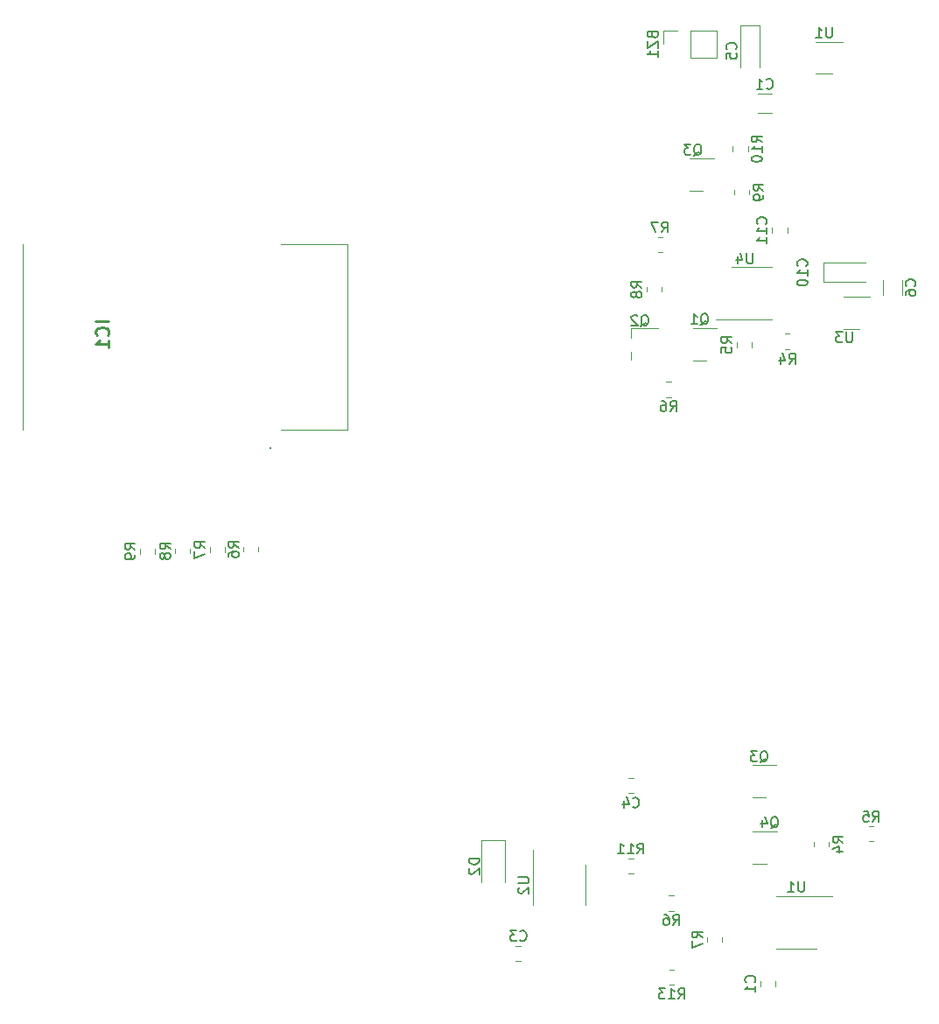
<source format=gbr>
%TF.GenerationSoftware,KiCad,Pcbnew,7.0.9*%
%TF.CreationDate,2023-11-16T02:53:52-05:00*%
%TF.ProjectId,SmartbikeALL,536d6172-7462-4696-9b65-414c4c2e6b69,rev?*%
%TF.SameCoordinates,Original*%
%TF.FileFunction,Legend,Bot*%
%TF.FilePolarity,Positive*%
%FSLAX46Y46*%
G04 Gerber Fmt 4.6, Leading zero omitted, Abs format (unit mm)*
G04 Created by KiCad (PCBNEW 7.0.9) date 2023-11-16 02:53:52*
%MOMM*%
%LPD*%
G01*
G04 APERTURE LIST*
%ADD10C,0.150000*%
%ADD11C,0.254000*%
%ADD12C,0.120000*%
%ADD13C,0.200000*%
%ADD14C,0.100000*%
G04 APERTURE END LIST*
D10*
X200001238Y-103530057D02*
X200096476Y-103482438D01*
X200096476Y-103482438D02*
X200191714Y-103387200D01*
X200191714Y-103387200D02*
X200334571Y-103244342D01*
X200334571Y-103244342D02*
X200429809Y-103196723D01*
X200429809Y-103196723D02*
X200525047Y-103196723D01*
X200477428Y-103434819D02*
X200572666Y-103387200D01*
X200572666Y-103387200D02*
X200667904Y-103291961D01*
X200667904Y-103291961D02*
X200715523Y-103101485D01*
X200715523Y-103101485D02*
X200715523Y-102768152D01*
X200715523Y-102768152D02*
X200667904Y-102577676D01*
X200667904Y-102577676D02*
X200572666Y-102482438D01*
X200572666Y-102482438D02*
X200477428Y-102434819D01*
X200477428Y-102434819D02*
X200286952Y-102434819D01*
X200286952Y-102434819D02*
X200191714Y-102482438D01*
X200191714Y-102482438D02*
X200096476Y-102577676D01*
X200096476Y-102577676D02*
X200048857Y-102768152D01*
X200048857Y-102768152D02*
X200048857Y-103101485D01*
X200048857Y-103101485D02*
X200096476Y-103291961D01*
X200096476Y-103291961D02*
X200191714Y-103387200D01*
X200191714Y-103387200D02*
X200286952Y-103434819D01*
X200286952Y-103434819D02*
X200477428Y-103434819D01*
X199191714Y-102768152D02*
X199191714Y-103434819D01*
X199429809Y-102387200D02*
X199667904Y-103101485D01*
X199667904Y-103101485D02*
X199048857Y-103101485D01*
X196606980Y-28154133D02*
X196654600Y-28106514D01*
X196654600Y-28106514D02*
X196702219Y-27963657D01*
X196702219Y-27963657D02*
X196702219Y-27868419D01*
X196702219Y-27868419D02*
X196654600Y-27725562D01*
X196654600Y-27725562D02*
X196559361Y-27630324D01*
X196559361Y-27630324D02*
X196464123Y-27582705D01*
X196464123Y-27582705D02*
X196273647Y-27535086D01*
X196273647Y-27535086D02*
X196130790Y-27535086D01*
X196130790Y-27535086D02*
X195940314Y-27582705D01*
X195940314Y-27582705D02*
X195845076Y-27630324D01*
X195845076Y-27630324D02*
X195749838Y-27725562D01*
X195749838Y-27725562D02*
X195702219Y-27868419D01*
X195702219Y-27868419D02*
X195702219Y-27963657D01*
X195702219Y-27963657D02*
X195749838Y-28106514D01*
X195749838Y-28106514D02*
X195797457Y-28154133D01*
X195702219Y-29058895D02*
X195702219Y-28582705D01*
X195702219Y-28582705D02*
X196178409Y-28535086D01*
X196178409Y-28535086D02*
X196130790Y-28582705D01*
X196130790Y-28582705D02*
X196083171Y-28677943D01*
X196083171Y-28677943D02*
X196083171Y-28916038D01*
X196083171Y-28916038D02*
X196130790Y-29011276D01*
X196130790Y-29011276D02*
X196178409Y-29058895D01*
X196178409Y-29058895D02*
X196273647Y-29106514D01*
X196273647Y-29106514D02*
X196511742Y-29106514D01*
X196511742Y-29106514D02*
X196606980Y-29058895D01*
X196606980Y-29058895D02*
X196654600Y-29011276D01*
X196654600Y-29011276D02*
X196702219Y-28916038D01*
X196702219Y-28916038D02*
X196702219Y-28677943D01*
X196702219Y-28677943D02*
X196654600Y-28582705D01*
X196654600Y-28582705D02*
X196606980Y-28535086D01*
X205947504Y-26036019D02*
X205947504Y-26845542D01*
X205947504Y-26845542D02*
X205899885Y-26940780D01*
X205899885Y-26940780D02*
X205852266Y-26988400D01*
X205852266Y-26988400D02*
X205757028Y-27036019D01*
X205757028Y-27036019D02*
X205566552Y-27036019D01*
X205566552Y-27036019D02*
X205471314Y-26988400D01*
X205471314Y-26988400D02*
X205423695Y-26940780D01*
X205423695Y-26940780D02*
X205376076Y-26845542D01*
X205376076Y-26845542D02*
X205376076Y-26036019D01*
X204376076Y-27036019D02*
X204947504Y-27036019D01*
X204661790Y-27036019D02*
X204661790Y-26036019D01*
X204661790Y-26036019D02*
X204757028Y-26178876D01*
X204757028Y-26178876D02*
X204852266Y-26274114D01*
X204852266Y-26274114D02*
X204947504Y-26321733D01*
X175597819Y-108273095D02*
X176407342Y-108273095D01*
X176407342Y-108273095D02*
X176502580Y-108320714D01*
X176502580Y-108320714D02*
X176550200Y-108368333D01*
X176550200Y-108368333D02*
X176597819Y-108463571D01*
X176597819Y-108463571D02*
X176597819Y-108654047D01*
X176597819Y-108654047D02*
X176550200Y-108749285D01*
X176550200Y-108749285D02*
X176502580Y-108796904D01*
X176502580Y-108796904D02*
X176407342Y-108844523D01*
X176407342Y-108844523D02*
X175597819Y-108844523D01*
X175693057Y-109273095D02*
X175645438Y-109320714D01*
X175645438Y-109320714D02*
X175597819Y-109415952D01*
X175597819Y-109415952D02*
X175597819Y-109654047D01*
X175597819Y-109654047D02*
X175645438Y-109749285D01*
X175645438Y-109749285D02*
X175693057Y-109796904D01*
X175693057Y-109796904D02*
X175788295Y-109844523D01*
X175788295Y-109844523D02*
X175883533Y-109844523D01*
X175883533Y-109844523D02*
X176026390Y-109796904D01*
X176026390Y-109796904D02*
X176597819Y-109225476D01*
X176597819Y-109225476D02*
X176597819Y-109844523D01*
X190554666Y-112874819D02*
X190887999Y-112398628D01*
X191126094Y-112874819D02*
X191126094Y-111874819D01*
X191126094Y-111874819D02*
X190745142Y-111874819D01*
X190745142Y-111874819D02*
X190649904Y-111922438D01*
X190649904Y-111922438D02*
X190602285Y-111970057D01*
X190602285Y-111970057D02*
X190554666Y-112065295D01*
X190554666Y-112065295D02*
X190554666Y-112208152D01*
X190554666Y-112208152D02*
X190602285Y-112303390D01*
X190602285Y-112303390D02*
X190649904Y-112351009D01*
X190649904Y-112351009D02*
X190745142Y-112398628D01*
X190745142Y-112398628D02*
X191126094Y-112398628D01*
X189697523Y-111874819D02*
X189887999Y-111874819D01*
X189887999Y-111874819D02*
X189983237Y-111922438D01*
X189983237Y-111922438D02*
X190030856Y-111970057D01*
X190030856Y-111970057D02*
X190126094Y-112112914D01*
X190126094Y-112112914D02*
X190173713Y-112303390D01*
X190173713Y-112303390D02*
X190173713Y-112684342D01*
X190173713Y-112684342D02*
X190126094Y-112779580D01*
X190126094Y-112779580D02*
X190078475Y-112827200D01*
X190078475Y-112827200D02*
X189983237Y-112874819D01*
X189983237Y-112874819D02*
X189792761Y-112874819D01*
X189792761Y-112874819D02*
X189697523Y-112827200D01*
X189697523Y-112827200D02*
X189649904Y-112779580D01*
X189649904Y-112779580D02*
X189602285Y-112684342D01*
X189602285Y-112684342D02*
X189602285Y-112446247D01*
X189602285Y-112446247D02*
X189649904Y-112351009D01*
X189649904Y-112351009D02*
X189697523Y-112303390D01*
X189697523Y-112303390D02*
X189792761Y-112255771D01*
X189792761Y-112255771D02*
X189983237Y-112255771D01*
X189983237Y-112255771D02*
X190078475Y-112303390D01*
X190078475Y-112303390D02*
X190126094Y-112351009D01*
X190126094Y-112351009D02*
X190173713Y-112446247D01*
X189467866Y-45870819D02*
X189801199Y-45394628D01*
X190039294Y-45870819D02*
X190039294Y-44870819D01*
X190039294Y-44870819D02*
X189658342Y-44870819D01*
X189658342Y-44870819D02*
X189563104Y-44918438D01*
X189563104Y-44918438D02*
X189515485Y-44966057D01*
X189515485Y-44966057D02*
X189467866Y-45061295D01*
X189467866Y-45061295D02*
X189467866Y-45204152D01*
X189467866Y-45204152D02*
X189515485Y-45299390D01*
X189515485Y-45299390D02*
X189563104Y-45347009D01*
X189563104Y-45347009D02*
X189658342Y-45394628D01*
X189658342Y-45394628D02*
X190039294Y-45394628D01*
X189134532Y-44870819D02*
X188467866Y-44870819D01*
X188467866Y-44870819D02*
X188896437Y-45870819D01*
X207012819Y-104903333D02*
X206536628Y-104570000D01*
X207012819Y-104331905D02*
X206012819Y-104331905D01*
X206012819Y-104331905D02*
X206012819Y-104712857D01*
X206012819Y-104712857D02*
X206060438Y-104808095D01*
X206060438Y-104808095D02*
X206108057Y-104855714D01*
X206108057Y-104855714D02*
X206203295Y-104903333D01*
X206203295Y-104903333D02*
X206346152Y-104903333D01*
X206346152Y-104903333D02*
X206441390Y-104855714D01*
X206441390Y-104855714D02*
X206489009Y-104808095D01*
X206489009Y-104808095D02*
X206536628Y-104712857D01*
X206536628Y-104712857D02*
X206536628Y-104331905D01*
X206346152Y-105760476D02*
X207012819Y-105760476D01*
X205965200Y-105522381D02*
X206679485Y-105284286D01*
X206679485Y-105284286D02*
X206679485Y-105903333D01*
X199162419Y-37152142D02*
X198686228Y-36818809D01*
X199162419Y-36580714D02*
X198162419Y-36580714D01*
X198162419Y-36580714D02*
X198162419Y-36961666D01*
X198162419Y-36961666D02*
X198210038Y-37056904D01*
X198210038Y-37056904D02*
X198257657Y-37104523D01*
X198257657Y-37104523D02*
X198352895Y-37152142D01*
X198352895Y-37152142D02*
X198495752Y-37152142D01*
X198495752Y-37152142D02*
X198590990Y-37104523D01*
X198590990Y-37104523D02*
X198638609Y-37056904D01*
X198638609Y-37056904D02*
X198686228Y-36961666D01*
X198686228Y-36961666D02*
X198686228Y-36580714D01*
X199162419Y-38104523D02*
X199162419Y-37533095D01*
X199162419Y-37818809D02*
X198162419Y-37818809D01*
X198162419Y-37818809D02*
X198305276Y-37723571D01*
X198305276Y-37723571D02*
X198400514Y-37628333D01*
X198400514Y-37628333D02*
X198448133Y-37533095D01*
X198162419Y-38723571D02*
X198162419Y-38818809D01*
X198162419Y-38818809D02*
X198210038Y-38914047D01*
X198210038Y-38914047D02*
X198257657Y-38961666D01*
X198257657Y-38961666D02*
X198352895Y-39009285D01*
X198352895Y-39009285D02*
X198543371Y-39056904D01*
X198543371Y-39056904D02*
X198781466Y-39056904D01*
X198781466Y-39056904D02*
X198971942Y-39009285D01*
X198971942Y-39009285D02*
X199067180Y-38961666D01*
X199067180Y-38961666D02*
X199114800Y-38914047D01*
X199114800Y-38914047D02*
X199162419Y-38818809D01*
X199162419Y-38818809D02*
X199162419Y-38723571D01*
X199162419Y-38723571D02*
X199114800Y-38628333D01*
X199114800Y-38628333D02*
X199067180Y-38580714D01*
X199067180Y-38580714D02*
X198971942Y-38533095D01*
X198971942Y-38533095D02*
X198781466Y-38485476D01*
X198781466Y-38485476D02*
X198543371Y-38485476D01*
X198543371Y-38485476D02*
X198352895Y-38533095D01*
X198352895Y-38533095D02*
X198257657Y-38580714D01*
X198257657Y-38580714D02*
X198210038Y-38628333D01*
X198210038Y-38628333D02*
X198162419Y-38723571D01*
X193392819Y-114103333D02*
X192916628Y-113770000D01*
X193392819Y-113531905D02*
X192392819Y-113531905D01*
X192392819Y-113531905D02*
X192392819Y-113912857D01*
X192392819Y-113912857D02*
X192440438Y-114008095D01*
X192440438Y-114008095D02*
X192488057Y-114055714D01*
X192488057Y-114055714D02*
X192583295Y-114103333D01*
X192583295Y-114103333D02*
X192726152Y-114103333D01*
X192726152Y-114103333D02*
X192821390Y-114055714D01*
X192821390Y-114055714D02*
X192869009Y-114008095D01*
X192869009Y-114008095D02*
X192916628Y-113912857D01*
X192916628Y-113912857D02*
X192916628Y-113531905D01*
X192392819Y-114436667D02*
X192392819Y-115103333D01*
X192392819Y-115103333D02*
X193392819Y-114674762D01*
X203455580Y-49121142D02*
X203503200Y-49073523D01*
X203503200Y-49073523D02*
X203550819Y-48930666D01*
X203550819Y-48930666D02*
X203550819Y-48835428D01*
X203550819Y-48835428D02*
X203503200Y-48692571D01*
X203503200Y-48692571D02*
X203407961Y-48597333D01*
X203407961Y-48597333D02*
X203312723Y-48549714D01*
X203312723Y-48549714D02*
X203122247Y-48502095D01*
X203122247Y-48502095D02*
X202979390Y-48502095D01*
X202979390Y-48502095D02*
X202788914Y-48549714D01*
X202788914Y-48549714D02*
X202693676Y-48597333D01*
X202693676Y-48597333D02*
X202598438Y-48692571D01*
X202598438Y-48692571D02*
X202550819Y-48835428D01*
X202550819Y-48835428D02*
X202550819Y-48930666D01*
X202550819Y-48930666D02*
X202598438Y-49073523D01*
X202598438Y-49073523D02*
X202646057Y-49121142D01*
X203550819Y-50073523D02*
X203550819Y-49502095D01*
X203550819Y-49787809D02*
X202550819Y-49787809D01*
X202550819Y-49787809D02*
X202693676Y-49692571D01*
X202693676Y-49692571D02*
X202788914Y-49597333D01*
X202788914Y-49597333D02*
X202836533Y-49502095D01*
X202550819Y-50692571D02*
X202550819Y-50787809D01*
X202550819Y-50787809D02*
X202598438Y-50883047D01*
X202598438Y-50883047D02*
X202646057Y-50930666D01*
X202646057Y-50930666D02*
X202741295Y-50978285D01*
X202741295Y-50978285D02*
X202931771Y-51025904D01*
X202931771Y-51025904D02*
X203169866Y-51025904D01*
X203169866Y-51025904D02*
X203360342Y-50978285D01*
X203360342Y-50978285D02*
X203455580Y-50930666D01*
X203455580Y-50930666D02*
X203503200Y-50883047D01*
X203503200Y-50883047D02*
X203550819Y-50787809D01*
X203550819Y-50787809D02*
X203550819Y-50692571D01*
X203550819Y-50692571D02*
X203503200Y-50597333D01*
X203503200Y-50597333D02*
X203455580Y-50549714D01*
X203455580Y-50549714D02*
X203360342Y-50502095D01*
X203360342Y-50502095D02*
X203169866Y-50454476D01*
X203169866Y-50454476D02*
X202931771Y-50454476D01*
X202931771Y-50454476D02*
X202741295Y-50502095D01*
X202741295Y-50502095D02*
X202646057Y-50549714D01*
X202646057Y-50549714D02*
X202598438Y-50597333D01*
X202598438Y-50597333D02*
X202550819Y-50692571D01*
X199314819Y-41819333D02*
X198838628Y-41486000D01*
X199314819Y-41247905D02*
X198314819Y-41247905D01*
X198314819Y-41247905D02*
X198314819Y-41628857D01*
X198314819Y-41628857D02*
X198362438Y-41724095D01*
X198362438Y-41724095D02*
X198410057Y-41771714D01*
X198410057Y-41771714D02*
X198505295Y-41819333D01*
X198505295Y-41819333D02*
X198648152Y-41819333D01*
X198648152Y-41819333D02*
X198743390Y-41771714D01*
X198743390Y-41771714D02*
X198791009Y-41724095D01*
X198791009Y-41724095D02*
X198838628Y-41628857D01*
X198838628Y-41628857D02*
X198838628Y-41247905D01*
X199314819Y-42295524D02*
X199314819Y-42486000D01*
X199314819Y-42486000D02*
X199267200Y-42581238D01*
X199267200Y-42581238D02*
X199219580Y-42628857D01*
X199219580Y-42628857D02*
X199076723Y-42724095D01*
X199076723Y-42724095D02*
X198886247Y-42771714D01*
X198886247Y-42771714D02*
X198505295Y-42771714D01*
X198505295Y-42771714D02*
X198410057Y-42724095D01*
X198410057Y-42724095D02*
X198362438Y-42676476D01*
X198362438Y-42676476D02*
X198314819Y-42581238D01*
X198314819Y-42581238D02*
X198314819Y-42390762D01*
X198314819Y-42390762D02*
X198362438Y-42295524D01*
X198362438Y-42295524D02*
X198410057Y-42247905D01*
X198410057Y-42247905D02*
X198505295Y-42200286D01*
X198505295Y-42200286D02*
X198743390Y-42200286D01*
X198743390Y-42200286D02*
X198838628Y-42247905D01*
X198838628Y-42247905D02*
X198886247Y-42295524D01*
X198886247Y-42295524D02*
X198933866Y-42390762D01*
X198933866Y-42390762D02*
X198933866Y-42581238D01*
X198933866Y-42581238D02*
X198886247Y-42676476D01*
X198886247Y-42676476D02*
X198838628Y-42724095D01*
X198838628Y-42724095D02*
X198743390Y-42771714D01*
X145281619Y-76414133D02*
X144805428Y-76080800D01*
X145281619Y-75842705D02*
X144281619Y-75842705D01*
X144281619Y-75842705D02*
X144281619Y-76223657D01*
X144281619Y-76223657D02*
X144329238Y-76318895D01*
X144329238Y-76318895D02*
X144376857Y-76366514D01*
X144376857Y-76366514D02*
X144472095Y-76414133D01*
X144472095Y-76414133D02*
X144614952Y-76414133D01*
X144614952Y-76414133D02*
X144710190Y-76366514D01*
X144710190Y-76366514D02*
X144757809Y-76318895D01*
X144757809Y-76318895D02*
X144805428Y-76223657D01*
X144805428Y-76223657D02*
X144805428Y-75842705D01*
X144281619Y-76747467D02*
X144281619Y-77414133D01*
X144281619Y-77414133D02*
X145281619Y-76985562D01*
X141928819Y-76515733D02*
X141452628Y-76182400D01*
X141928819Y-75944305D02*
X140928819Y-75944305D01*
X140928819Y-75944305D02*
X140928819Y-76325257D01*
X140928819Y-76325257D02*
X140976438Y-76420495D01*
X140976438Y-76420495D02*
X141024057Y-76468114D01*
X141024057Y-76468114D02*
X141119295Y-76515733D01*
X141119295Y-76515733D02*
X141262152Y-76515733D01*
X141262152Y-76515733D02*
X141357390Y-76468114D01*
X141357390Y-76468114D02*
X141405009Y-76420495D01*
X141405009Y-76420495D02*
X141452628Y-76325257D01*
X141452628Y-76325257D02*
X141452628Y-75944305D01*
X141357390Y-77087162D02*
X141309771Y-76991924D01*
X141309771Y-76991924D02*
X141262152Y-76944305D01*
X141262152Y-76944305D02*
X141166914Y-76896686D01*
X141166914Y-76896686D02*
X141119295Y-76896686D01*
X141119295Y-76896686D02*
X141024057Y-76944305D01*
X141024057Y-76944305D02*
X140976438Y-76991924D01*
X140976438Y-76991924D02*
X140928819Y-77087162D01*
X140928819Y-77087162D02*
X140928819Y-77277638D01*
X140928819Y-77277638D02*
X140976438Y-77372876D01*
X140976438Y-77372876D02*
X141024057Y-77420495D01*
X141024057Y-77420495D02*
X141119295Y-77468114D01*
X141119295Y-77468114D02*
X141166914Y-77468114D01*
X141166914Y-77468114D02*
X141262152Y-77420495D01*
X141262152Y-77420495D02*
X141309771Y-77372876D01*
X141309771Y-77372876D02*
X141357390Y-77277638D01*
X141357390Y-77277638D02*
X141357390Y-77087162D01*
X141357390Y-77087162D02*
X141405009Y-76991924D01*
X141405009Y-76991924D02*
X141452628Y-76944305D01*
X141452628Y-76944305D02*
X141547866Y-76896686D01*
X141547866Y-76896686D02*
X141738342Y-76896686D01*
X141738342Y-76896686D02*
X141833580Y-76944305D01*
X141833580Y-76944305D02*
X141881200Y-76991924D01*
X141881200Y-76991924D02*
X141928819Y-77087162D01*
X141928819Y-77087162D02*
X141928819Y-77277638D01*
X141928819Y-77277638D02*
X141881200Y-77372876D01*
X141881200Y-77372876D02*
X141833580Y-77420495D01*
X141833580Y-77420495D02*
X141738342Y-77468114D01*
X141738342Y-77468114D02*
X141547866Y-77468114D01*
X141547866Y-77468114D02*
X141452628Y-77420495D01*
X141452628Y-77420495D02*
X141405009Y-77372876D01*
X141405009Y-77372876D02*
X141357390Y-77277638D01*
X190290066Y-63191619D02*
X190623399Y-62715428D01*
X190861494Y-63191619D02*
X190861494Y-62191619D01*
X190861494Y-62191619D02*
X190480542Y-62191619D01*
X190480542Y-62191619D02*
X190385304Y-62239238D01*
X190385304Y-62239238D02*
X190337685Y-62286857D01*
X190337685Y-62286857D02*
X190290066Y-62382095D01*
X190290066Y-62382095D02*
X190290066Y-62524952D01*
X190290066Y-62524952D02*
X190337685Y-62620190D01*
X190337685Y-62620190D02*
X190385304Y-62667809D01*
X190385304Y-62667809D02*
X190480542Y-62715428D01*
X190480542Y-62715428D02*
X190861494Y-62715428D01*
X189432923Y-62191619D02*
X189623399Y-62191619D01*
X189623399Y-62191619D02*
X189718637Y-62239238D01*
X189718637Y-62239238D02*
X189766256Y-62286857D01*
X189766256Y-62286857D02*
X189861494Y-62429714D01*
X189861494Y-62429714D02*
X189909113Y-62620190D01*
X189909113Y-62620190D02*
X189909113Y-63001142D01*
X189909113Y-63001142D02*
X189861494Y-63096380D01*
X189861494Y-63096380D02*
X189813875Y-63144000D01*
X189813875Y-63144000D02*
X189718637Y-63191619D01*
X189718637Y-63191619D02*
X189528161Y-63191619D01*
X189528161Y-63191619D02*
X189432923Y-63144000D01*
X189432923Y-63144000D02*
X189385304Y-63096380D01*
X189385304Y-63096380D02*
X189337685Y-63001142D01*
X189337685Y-63001142D02*
X189337685Y-62763047D01*
X189337685Y-62763047D02*
X189385304Y-62667809D01*
X189385304Y-62667809D02*
X189432923Y-62620190D01*
X189432923Y-62620190D02*
X189528161Y-62572571D01*
X189528161Y-62572571D02*
X189718637Y-62572571D01*
X189718637Y-62572571D02*
X189813875Y-62620190D01*
X189813875Y-62620190D02*
X189861494Y-62667809D01*
X189861494Y-62667809D02*
X189909113Y-62763047D01*
X198437580Y-118413333D02*
X198485200Y-118365714D01*
X198485200Y-118365714D02*
X198532819Y-118222857D01*
X198532819Y-118222857D02*
X198532819Y-118127619D01*
X198532819Y-118127619D02*
X198485200Y-117984762D01*
X198485200Y-117984762D02*
X198389961Y-117889524D01*
X198389961Y-117889524D02*
X198294723Y-117841905D01*
X198294723Y-117841905D02*
X198104247Y-117794286D01*
X198104247Y-117794286D02*
X197961390Y-117794286D01*
X197961390Y-117794286D02*
X197770914Y-117841905D01*
X197770914Y-117841905D02*
X197675676Y-117889524D01*
X197675676Y-117889524D02*
X197580438Y-117984762D01*
X197580438Y-117984762D02*
X197532819Y-118127619D01*
X197532819Y-118127619D02*
X197532819Y-118222857D01*
X197532819Y-118222857D02*
X197580438Y-118365714D01*
X197580438Y-118365714D02*
X197628057Y-118413333D01*
X198532819Y-119365714D02*
X198532819Y-118794286D01*
X198532819Y-119080000D02*
X197532819Y-119080000D01*
X197532819Y-119080000D02*
X197675676Y-118984762D01*
X197675676Y-118984762D02*
X197770914Y-118889524D01*
X197770914Y-118889524D02*
X197818533Y-118794286D01*
X209884666Y-102874819D02*
X210217999Y-102398628D01*
X210456094Y-102874819D02*
X210456094Y-101874819D01*
X210456094Y-101874819D02*
X210075142Y-101874819D01*
X210075142Y-101874819D02*
X209979904Y-101922438D01*
X209979904Y-101922438D02*
X209932285Y-101970057D01*
X209932285Y-101970057D02*
X209884666Y-102065295D01*
X209884666Y-102065295D02*
X209884666Y-102208152D01*
X209884666Y-102208152D02*
X209932285Y-102303390D01*
X209932285Y-102303390D02*
X209979904Y-102351009D01*
X209979904Y-102351009D02*
X210075142Y-102398628D01*
X210075142Y-102398628D02*
X210456094Y-102398628D01*
X208979904Y-101874819D02*
X209456094Y-101874819D01*
X209456094Y-101874819D02*
X209503713Y-102351009D01*
X209503713Y-102351009D02*
X209456094Y-102303390D01*
X209456094Y-102303390D02*
X209360856Y-102255771D01*
X209360856Y-102255771D02*
X209122761Y-102255771D01*
X209122761Y-102255771D02*
X209027523Y-102303390D01*
X209027523Y-102303390D02*
X208979904Y-102351009D01*
X208979904Y-102351009D02*
X208932285Y-102446247D01*
X208932285Y-102446247D02*
X208932285Y-102684342D01*
X208932285Y-102684342D02*
X208979904Y-102779580D01*
X208979904Y-102779580D02*
X209027523Y-102827200D01*
X209027523Y-102827200D02*
X209122761Y-102874819D01*
X209122761Y-102874819D02*
X209360856Y-102874819D01*
X209360856Y-102874819D02*
X209456094Y-102827200D01*
X209456094Y-102827200D02*
X209503713Y-102779580D01*
X187432438Y-54968857D02*
X187527676Y-54921238D01*
X187527676Y-54921238D02*
X187622914Y-54826000D01*
X187622914Y-54826000D02*
X187765771Y-54683142D01*
X187765771Y-54683142D02*
X187861009Y-54635523D01*
X187861009Y-54635523D02*
X187956247Y-54635523D01*
X187908628Y-54873619D02*
X188003866Y-54826000D01*
X188003866Y-54826000D02*
X188099104Y-54730761D01*
X188099104Y-54730761D02*
X188146723Y-54540285D01*
X188146723Y-54540285D02*
X188146723Y-54206952D01*
X188146723Y-54206952D02*
X188099104Y-54016476D01*
X188099104Y-54016476D02*
X188003866Y-53921238D01*
X188003866Y-53921238D02*
X187908628Y-53873619D01*
X187908628Y-53873619D02*
X187718152Y-53873619D01*
X187718152Y-53873619D02*
X187622914Y-53921238D01*
X187622914Y-53921238D02*
X187527676Y-54016476D01*
X187527676Y-54016476D02*
X187480057Y-54206952D01*
X187480057Y-54206952D02*
X187480057Y-54540285D01*
X187480057Y-54540285D02*
X187527676Y-54730761D01*
X187527676Y-54730761D02*
X187622914Y-54826000D01*
X187622914Y-54826000D02*
X187718152Y-54873619D01*
X187718152Y-54873619D02*
X187908628Y-54873619D01*
X187099104Y-53968857D02*
X187051485Y-53921238D01*
X187051485Y-53921238D02*
X186956247Y-53873619D01*
X186956247Y-53873619D02*
X186718152Y-53873619D01*
X186718152Y-53873619D02*
X186622914Y-53921238D01*
X186622914Y-53921238D02*
X186575295Y-53968857D01*
X186575295Y-53968857D02*
X186527676Y-54064095D01*
X186527676Y-54064095D02*
X186527676Y-54159333D01*
X186527676Y-54159333D02*
X186575295Y-54302190D01*
X186575295Y-54302190D02*
X187146723Y-54873619D01*
X187146723Y-54873619D02*
X186527676Y-54873619D01*
X198985738Y-97140057D02*
X199080976Y-97092438D01*
X199080976Y-97092438D02*
X199176214Y-96997200D01*
X199176214Y-96997200D02*
X199319071Y-96854342D01*
X199319071Y-96854342D02*
X199414309Y-96806723D01*
X199414309Y-96806723D02*
X199509547Y-96806723D01*
X199461928Y-97044819D02*
X199557166Y-96997200D01*
X199557166Y-96997200D02*
X199652404Y-96901961D01*
X199652404Y-96901961D02*
X199700023Y-96711485D01*
X199700023Y-96711485D02*
X199700023Y-96378152D01*
X199700023Y-96378152D02*
X199652404Y-96187676D01*
X199652404Y-96187676D02*
X199557166Y-96092438D01*
X199557166Y-96092438D02*
X199461928Y-96044819D01*
X199461928Y-96044819D02*
X199271452Y-96044819D01*
X199271452Y-96044819D02*
X199176214Y-96092438D01*
X199176214Y-96092438D02*
X199080976Y-96187676D01*
X199080976Y-96187676D02*
X199033357Y-96378152D01*
X199033357Y-96378152D02*
X199033357Y-96711485D01*
X199033357Y-96711485D02*
X199080976Y-96901961D01*
X199080976Y-96901961D02*
X199176214Y-96997200D01*
X199176214Y-96997200D02*
X199271452Y-97044819D01*
X199271452Y-97044819D02*
X199461928Y-97044819D01*
X198700023Y-96044819D02*
X198080976Y-96044819D01*
X198080976Y-96044819D02*
X198414309Y-96425771D01*
X198414309Y-96425771D02*
X198271452Y-96425771D01*
X198271452Y-96425771D02*
X198176214Y-96473390D01*
X198176214Y-96473390D02*
X198128595Y-96521009D01*
X198128595Y-96521009D02*
X198080976Y-96616247D01*
X198080976Y-96616247D02*
X198080976Y-96854342D01*
X198080976Y-96854342D02*
X198128595Y-96949580D01*
X198128595Y-96949580D02*
X198176214Y-96997200D01*
X198176214Y-96997200D02*
X198271452Y-97044819D01*
X198271452Y-97044819D02*
X198557166Y-97044819D01*
X198557166Y-97044819D02*
X198652404Y-96997200D01*
X198652404Y-96997200D02*
X198700023Y-96949580D01*
X138525219Y-76566533D02*
X138049028Y-76233200D01*
X138525219Y-75995105D02*
X137525219Y-75995105D01*
X137525219Y-75995105D02*
X137525219Y-76376057D01*
X137525219Y-76376057D02*
X137572838Y-76471295D01*
X137572838Y-76471295D02*
X137620457Y-76518914D01*
X137620457Y-76518914D02*
X137715695Y-76566533D01*
X137715695Y-76566533D02*
X137858552Y-76566533D01*
X137858552Y-76566533D02*
X137953790Y-76518914D01*
X137953790Y-76518914D02*
X138001409Y-76471295D01*
X138001409Y-76471295D02*
X138049028Y-76376057D01*
X138049028Y-76376057D02*
X138049028Y-75995105D01*
X138525219Y-77042724D02*
X138525219Y-77233200D01*
X138525219Y-77233200D02*
X138477600Y-77328438D01*
X138477600Y-77328438D02*
X138429980Y-77376057D01*
X138429980Y-77376057D02*
X138287123Y-77471295D01*
X138287123Y-77471295D02*
X138096647Y-77518914D01*
X138096647Y-77518914D02*
X137715695Y-77518914D01*
X137715695Y-77518914D02*
X137620457Y-77471295D01*
X137620457Y-77471295D02*
X137572838Y-77423676D01*
X137572838Y-77423676D02*
X137525219Y-77328438D01*
X137525219Y-77328438D02*
X137525219Y-77137962D01*
X137525219Y-77137962D02*
X137572838Y-77042724D01*
X137572838Y-77042724D02*
X137620457Y-76995105D01*
X137620457Y-76995105D02*
X137715695Y-76947486D01*
X137715695Y-76947486D02*
X137953790Y-76947486D01*
X137953790Y-76947486D02*
X138049028Y-76995105D01*
X138049028Y-76995105D02*
X138096647Y-77042724D01*
X138096647Y-77042724D02*
X138144266Y-77137962D01*
X138144266Y-77137962D02*
X138144266Y-77328438D01*
X138144266Y-77328438D02*
X138096647Y-77423676D01*
X138096647Y-77423676D02*
X138049028Y-77471295D01*
X138049028Y-77471295D02*
X137953790Y-77518914D01*
X196243419Y-56602133D02*
X195767228Y-56268800D01*
X196243419Y-56030705D02*
X195243419Y-56030705D01*
X195243419Y-56030705D02*
X195243419Y-56411657D01*
X195243419Y-56411657D02*
X195291038Y-56506895D01*
X195291038Y-56506895D02*
X195338657Y-56554514D01*
X195338657Y-56554514D02*
X195433895Y-56602133D01*
X195433895Y-56602133D02*
X195576752Y-56602133D01*
X195576752Y-56602133D02*
X195671990Y-56554514D01*
X195671990Y-56554514D02*
X195719609Y-56506895D01*
X195719609Y-56506895D02*
X195767228Y-56411657D01*
X195767228Y-56411657D02*
X195767228Y-56030705D01*
X195243419Y-57506895D02*
X195243419Y-57030705D01*
X195243419Y-57030705D02*
X195719609Y-56983086D01*
X195719609Y-56983086D02*
X195671990Y-57030705D01*
X195671990Y-57030705D02*
X195624371Y-57125943D01*
X195624371Y-57125943D02*
X195624371Y-57364038D01*
X195624371Y-57364038D02*
X195671990Y-57459276D01*
X195671990Y-57459276D02*
X195719609Y-57506895D01*
X195719609Y-57506895D02*
X195814847Y-57554514D01*
X195814847Y-57554514D02*
X196052942Y-57554514D01*
X196052942Y-57554514D02*
X196148180Y-57506895D01*
X196148180Y-57506895D02*
X196195800Y-57459276D01*
X196195800Y-57459276D02*
X196243419Y-57364038D01*
X196243419Y-57364038D02*
X196243419Y-57125943D01*
X196243419Y-57125943D02*
X196195800Y-57030705D01*
X196195800Y-57030705D02*
X196148180Y-56983086D01*
X198276704Y-47892419D02*
X198276704Y-48701942D01*
X198276704Y-48701942D02*
X198229085Y-48797180D01*
X198229085Y-48797180D02*
X198181466Y-48844800D01*
X198181466Y-48844800D02*
X198086228Y-48892419D01*
X198086228Y-48892419D02*
X197895752Y-48892419D01*
X197895752Y-48892419D02*
X197800514Y-48844800D01*
X197800514Y-48844800D02*
X197752895Y-48797180D01*
X197752895Y-48797180D02*
X197705276Y-48701942D01*
X197705276Y-48701942D02*
X197705276Y-47892419D01*
X196800514Y-48225752D02*
X196800514Y-48892419D01*
X197038609Y-47844800D02*
X197276704Y-48559085D01*
X197276704Y-48559085D02*
X196657657Y-48559085D01*
X187120857Y-105984819D02*
X187454190Y-105508628D01*
X187692285Y-105984819D02*
X187692285Y-104984819D01*
X187692285Y-104984819D02*
X187311333Y-104984819D01*
X187311333Y-104984819D02*
X187216095Y-105032438D01*
X187216095Y-105032438D02*
X187168476Y-105080057D01*
X187168476Y-105080057D02*
X187120857Y-105175295D01*
X187120857Y-105175295D02*
X187120857Y-105318152D01*
X187120857Y-105318152D02*
X187168476Y-105413390D01*
X187168476Y-105413390D02*
X187216095Y-105461009D01*
X187216095Y-105461009D02*
X187311333Y-105508628D01*
X187311333Y-105508628D02*
X187692285Y-105508628D01*
X186168476Y-105984819D02*
X186739904Y-105984819D01*
X186454190Y-105984819D02*
X186454190Y-104984819D01*
X186454190Y-104984819D02*
X186549428Y-105127676D01*
X186549428Y-105127676D02*
X186644666Y-105222914D01*
X186644666Y-105222914D02*
X186739904Y-105270533D01*
X185216095Y-105984819D02*
X185787523Y-105984819D01*
X185501809Y-105984819D02*
X185501809Y-104984819D01*
X185501809Y-104984819D02*
X185597047Y-105127676D01*
X185597047Y-105127676D02*
X185692285Y-105222914D01*
X185692285Y-105222914D02*
X185787523Y-105270533D01*
X192569238Y-38449457D02*
X192664476Y-38401838D01*
X192664476Y-38401838D02*
X192759714Y-38306600D01*
X192759714Y-38306600D02*
X192902571Y-38163742D01*
X192902571Y-38163742D02*
X192997809Y-38116123D01*
X192997809Y-38116123D02*
X193093047Y-38116123D01*
X193045428Y-38354219D02*
X193140666Y-38306600D01*
X193140666Y-38306600D02*
X193235904Y-38211361D01*
X193235904Y-38211361D02*
X193283523Y-38020885D01*
X193283523Y-38020885D02*
X193283523Y-37687552D01*
X193283523Y-37687552D02*
X193235904Y-37497076D01*
X193235904Y-37497076D02*
X193140666Y-37401838D01*
X193140666Y-37401838D02*
X193045428Y-37354219D01*
X193045428Y-37354219D02*
X192854952Y-37354219D01*
X192854952Y-37354219D02*
X192759714Y-37401838D01*
X192759714Y-37401838D02*
X192664476Y-37497076D01*
X192664476Y-37497076D02*
X192616857Y-37687552D01*
X192616857Y-37687552D02*
X192616857Y-38020885D01*
X192616857Y-38020885D02*
X192664476Y-38211361D01*
X192664476Y-38211361D02*
X192759714Y-38306600D01*
X192759714Y-38306600D02*
X192854952Y-38354219D01*
X192854952Y-38354219D02*
X193045428Y-38354219D01*
X192283523Y-37354219D02*
X191664476Y-37354219D01*
X191664476Y-37354219D02*
X191997809Y-37735171D01*
X191997809Y-37735171D02*
X191854952Y-37735171D01*
X191854952Y-37735171D02*
X191759714Y-37782790D01*
X191759714Y-37782790D02*
X191712095Y-37830409D01*
X191712095Y-37830409D02*
X191664476Y-37925647D01*
X191664476Y-37925647D02*
X191664476Y-38163742D01*
X191664476Y-38163742D02*
X191712095Y-38258980D01*
X191712095Y-38258980D02*
X191759714Y-38306600D01*
X191759714Y-38306600D02*
X191854952Y-38354219D01*
X191854952Y-38354219D02*
X192140666Y-38354219D01*
X192140666Y-38354219D02*
X192235904Y-38306600D01*
X192235904Y-38306600D02*
X192283523Y-38258980D01*
X186664666Y-101429580D02*
X186712285Y-101477200D01*
X186712285Y-101477200D02*
X186855142Y-101524819D01*
X186855142Y-101524819D02*
X186950380Y-101524819D01*
X186950380Y-101524819D02*
X187093237Y-101477200D01*
X187093237Y-101477200D02*
X187188475Y-101381961D01*
X187188475Y-101381961D02*
X187236094Y-101286723D01*
X187236094Y-101286723D02*
X187283713Y-101096247D01*
X187283713Y-101096247D02*
X187283713Y-100953390D01*
X187283713Y-100953390D02*
X187236094Y-100762914D01*
X187236094Y-100762914D02*
X187188475Y-100667676D01*
X187188475Y-100667676D02*
X187093237Y-100572438D01*
X187093237Y-100572438D02*
X186950380Y-100524819D01*
X186950380Y-100524819D02*
X186855142Y-100524819D01*
X186855142Y-100524819D02*
X186712285Y-100572438D01*
X186712285Y-100572438D02*
X186664666Y-100620057D01*
X185807523Y-100858152D02*
X185807523Y-101524819D01*
X186045618Y-100477200D02*
X186283713Y-101191485D01*
X186283713Y-101191485D02*
X185664666Y-101191485D01*
X193215838Y-54842657D02*
X193311076Y-54795038D01*
X193311076Y-54795038D02*
X193406314Y-54699800D01*
X193406314Y-54699800D02*
X193549171Y-54556942D01*
X193549171Y-54556942D02*
X193644409Y-54509323D01*
X193644409Y-54509323D02*
X193739647Y-54509323D01*
X193692028Y-54747419D02*
X193787266Y-54699800D01*
X193787266Y-54699800D02*
X193882504Y-54604561D01*
X193882504Y-54604561D02*
X193930123Y-54414085D01*
X193930123Y-54414085D02*
X193930123Y-54080752D01*
X193930123Y-54080752D02*
X193882504Y-53890276D01*
X193882504Y-53890276D02*
X193787266Y-53795038D01*
X193787266Y-53795038D02*
X193692028Y-53747419D01*
X193692028Y-53747419D02*
X193501552Y-53747419D01*
X193501552Y-53747419D02*
X193406314Y-53795038D01*
X193406314Y-53795038D02*
X193311076Y-53890276D01*
X193311076Y-53890276D02*
X193263457Y-54080752D01*
X193263457Y-54080752D02*
X193263457Y-54414085D01*
X193263457Y-54414085D02*
X193311076Y-54604561D01*
X193311076Y-54604561D02*
X193406314Y-54699800D01*
X193406314Y-54699800D02*
X193501552Y-54747419D01*
X193501552Y-54747419D02*
X193692028Y-54747419D01*
X192311076Y-54747419D02*
X192882504Y-54747419D01*
X192596790Y-54747419D02*
X192596790Y-53747419D01*
X192596790Y-53747419D02*
X192692028Y-53890276D01*
X192692028Y-53890276D02*
X192787266Y-53985514D01*
X192787266Y-53985514D02*
X192882504Y-54033133D01*
X207907904Y-55518819D02*
X207907904Y-56328342D01*
X207907904Y-56328342D02*
X207860285Y-56423580D01*
X207860285Y-56423580D02*
X207812666Y-56471200D01*
X207812666Y-56471200D02*
X207717428Y-56518819D01*
X207717428Y-56518819D02*
X207526952Y-56518819D01*
X207526952Y-56518819D02*
X207431714Y-56471200D01*
X207431714Y-56471200D02*
X207384095Y-56423580D01*
X207384095Y-56423580D02*
X207336476Y-56328342D01*
X207336476Y-56328342D02*
X207336476Y-55518819D01*
X206955523Y-55518819D02*
X206336476Y-55518819D01*
X206336476Y-55518819D02*
X206669809Y-55899771D01*
X206669809Y-55899771D02*
X206526952Y-55899771D01*
X206526952Y-55899771D02*
X206431714Y-55947390D01*
X206431714Y-55947390D02*
X206384095Y-55995009D01*
X206384095Y-55995009D02*
X206336476Y-56090247D01*
X206336476Y-56090247D02*
X206336476Y-56328342D01*
X206336476Y-56328342D02*
X206384095Y-56423580D01*
X206384095Y-56423580D02*
X206431714Y-56471200D01*
X206431714Y-56471200D02*
X206526952Y-56518819D01*
X206526952Y-56518819D02*
X206812666Y-56518819D01*
X206812666Y-56518819D02*
X206907904Y-56471200D01*
X206907904Y-56471200D02*
X206955523Y-56423580D01*
X148532819Y-76363333D02*
X148056628Y-76030000D01*
X148532819Y-75791905D02*
X147532819Y-75791905D01*
X147532819Y-75791905D02*
X147532819Y-76172857D01*
X147532819Y-76172857D02*
X147580438Y-76268095D01*
X147580438Y-76268095D02*
X147628057Y-76315714D01*
X147628057Y-76315714D02*
X147723295Y-76363333D01*
X147723295Y-76363333D02*
X147866152Y-76363333D01*
X147866152Y-76363333D02*
X147961390Y-76315714D01*
X147961390Y-76315714D02*
X148009009Y-76268095D01*
X148009009Y-76268095D02*
X148056628Y-76172857D01*
X148056628Y-76172857D02*
X148056628Y-75791905D01*
X147532819Y-77220476D02*
X147532819Y-77030000D01*
X147532819Y-77030000D02*
X147580438Y-76934762D01*
X147580438Y-76934762D02*
X147628057Y-76887143D01*
X147628057Y-76887143D02*
X147770914Y-76791905D01*
X147770914Y-76791905D02*
X147961390Y-76744286D01*
X147961390Y-76744286D02*
X148342342Y-76744286D01*
X148342342Y-76744286D02*
X148437580Y-76791905D01*
X148437580Y-76791905D02*
X148485200Y-76839524D01*
X148485200Y-76839524D02*
X148532819Y-76934762D01*
X148532819Y-76934762D02*
X148532819Y-77125238D01*
X148532819Y-77125238D02*
X148485200Y-77220476D01*
X148485200Y-77220476D02*
X148437580Y-77268095D01*
X148437580Y-77268095D02*
X148342342Y-77315714D01*
X148342342Y-77315714D02*
X148104247Y-77315714D01*
X148104247Y-77315714D02*
X148009009Y-77268095D01*
X148009009Y-77268095D02*
X147961390Y-77220476D01*
X147961390Y-77220476D02*
X147913771Y-77125238D01*
X147913771Y-77125238D02*
X147913771Y-76934762D01*
X147913771Y-76934762D02*
X147961390Y-76839524D01*
X147961390Y-76839524D02*
X148009009Y-76791905D01*
X148009009Y-76791905D02*
X148104247Y-76744286D01*
X199611866Y-31910380D02*
X199659485Y-31958000D01*
X199659485Y-31958000D02*
X199802342Y-32005619D01*
X199802342Y-32005619D02*
X199897580Y-32005619D01*
X199897580Y-32005619D02*
X200040437Y-31958000D01*
X200040437Y-31958000D02*
X200135675Y-31862761D01*
X200135675Y-31862761D02*
X200183294Y-31767523D01*
X200183294Y-31767523D02*
X200230913Y-31577047D01*
X200230913Y-31577047D02*
X200230913Y-31434190D01*
X200230913Y-31434190D02*
X200183294Y-31243714D01*
X200183294Y-31243714D02*
X200135675Y-31148476D01*
X200135675Y-31148476D02*
X200040437Y-31053238D01*
X200040437Y-31053238D02*
X199897580Y-31005619D01*
X199897580Y-31005619D02*
X199802342Y-31005619D01*
X199802342Y-31005619D02*
X199659485Y-31053238D01*
X199659485Y-31053238D02*
X199611866Y-31100857D01*
X198659485Y-32005619D02*
X199230913Y-32005619D01*
X198945199Y-32005619D02*
X198945199Y-31005619D01*
X198945199Y-31005619D02*
X199040437Y-31148476D01*
X199040437Y-31148476D02*
X199135675Y-31243714D01*
X199135675Y-31243714D02*
X199230913Y-31291333D01*
D11*
X135962318Y-54510237D02*
X134692318Y-54510237D01*
X135841365Y-55840714D02*
X135901842Y-55780238D01*
X135901842Y-55780238D02*
X135962318Y-55598809D01*
X135962318Y-55598809D02*
X135962318Y-55477857D01*
X135962318Y-55477857D02*
X135901842Y-55296428D01*
X135901842Y-55296428D02*
X135780889Y-55175476D01*
X135780889Y-55175476D02*
X135659937Y-55114999D01*
X135659937Y-55114999D02*
X135418032Y-55054523D01*
X135418032Y-55054523D02*
X135236603Y-55054523D01*
X135236603Y-55054523D02*
X134994699Y-55114999D01*
X134994699Y-55114999D02*
X134873746Y-55175476D01*
X134873746Y-55175476D02*
X134752794Y-55296428D01*
X134752794Y-55296428D02*
X134692318Y-55477857D01*
X134692318Y-55477857D02*
X134692318Y-55598809D01*
X134692318Y-55598809D02*
X134752794Y-55780238D01*
X134752794Y-55780238D02*
X134813270Y-55840714D01*
X135962318Y-57050238D02*
X135962318Y-56324523D01*
X135962318Y-56687380D02*
X134692318Y-56687380D01*
X134692318Y-56687380D02*
X134873746Y-56566428D01*
X134873746Y-56566428D02*
X134994699Y-56445476D01*
X134994699Y-56445476D02*
X135055175Y-56324523D01*
D10*
X201796266Y-58595219D02*
X202129599Y-58119028D01*
X202367694Y-58595219D02*
X202367694Y-57595219D01*
X202367694Y-57595219D02*
X201986742Y-57595219D01*
X201986742Y-57595219D02*
X201891504Y-57642838D01*
X201891504Y-57642838D02*
X201843885Y-57690457D01*
X201843885Y-57690457D02*
X201796266Y-57785695D01*
X201796266Y-57785695D02*
X201796266Y-57928552D01*
X201796266Y-57928552D02*
X201843885Y-58023790D01*
X201843885Y-58023790D02*
X201891504Y-58071409D01*
X201891504Y-58071409D02*
X201986742Y-58119028D01*
X201986742Y-58119028D02*
X202367694Y-58119028D01*
X200939123Y-57928552D02*
X200939123Y-58595219D01*
X201177218Y-57547600D02*
X201415313Y-58261885D01*
X201415313Y-58261885D02*
X200796266Y-58261885D01*
X191080857Y-120024819D02*
X191414190Y-119548628D01*
X191652285Y-120024819D02*
X191652285Y-119024819D01*
X191652285Y-119024819D02*
X191271333Y-119024819D01*
X191271333Y-119024819D02*
X191176095Y-119072438D01*
X191176095Y-119072438D02*
X191128476Y-119120057D01*
X191128476Y-119120057D02*
X191080857Y-119215295D01*
X191080857Y-119215295D02*
X191080857Y-119358152D01*
X191080857Y-119358152D02*
X191128476Y-119453390D01*
X191128476Y-119453390D02*
X191176095Y-119501009D01*
X191176095Y-119501009D02*
X191271333Y-119548628D01*
X191271333Y-119548628D02*
X191652285Y-119548628D01*
X190128476Y-120024819D02*
X190699904Y-120024819D01*
X190414190Y-120024819D02*
X190414190Y-119024819D01*
X190414190Y-119024819D02*
X190509428Y-119167676D01*
X190509428Y-119167676D02*
X190604666Y-119262914D01*
X190604666Y-119262914D02*
X190699904Y-119310533D01*
X189795142Y-119024819D02*
X189176095Y-119024819D01*
X189176095Y-119024819D02*
X189509428Y-119405771D01*
X189509428Y-119405771D02*
X189366571Y-119405771D01*
X189366571Y-119405771D02*
X189271333Y-119453390D01*
X189271333Y-119453390D02*
X189223714Y-119501009D01*
X189223714Y-119501009D02*
X189176095Y-119596247D01*
X189176095Y-119596247D02*
X189176095Y-119834342D01*
X189176095Y-119834342D02*
X189223714Y-119929580D01*
X189223714Y-119929580D02*
X189271333Y-119977200D01*
X189271333Y-119977200D02*
X189366571Y-120024819D01*
X189366571Y-120024819D02*
X189652285Y-120024819D01*
X189652285Y-120024819D02*
X189747523Y-119977200D01*
X189747523Y-119977200D02*
X189795142Y-119929580D01*
X175767166Y-114329580D02*
X175814785Y-114377200D01*
X175814785Y-114377200D02*
X175957642Y-114424819D01*
X175957642Y-114424819D02*
X176052880Y-114424819D01*
X176052880Y-114424819D02*
X176195737Y-114377200D01*
X176195737Y-114377200D02*
X176290975Y-114281961D01*
X176290975Y-114281961D02*
X176338594Y-114186723D01*
X176338594Y-114186723D02*
X176386213Y-113996247D01*
X176386213Y-113996247D02*
X176386213Y-113853390D01*
X176386213Y-113853390D02*
X176338594Y-113662914D01*
X176338594Y-113662914D02*
X176290975Y-113567676D01*
X176290975Y-113567676D02*
X176195737Y-113472438D01*
X176195737Y-113472438D02*
X176052880Y-113424819D01*
X176052880Y-113424819D02*
X175957642Y-113424819D01*
X175957642Y-113424819D02*
X175814785Y-113472438D01*
X175814785Y-113472438D02*
X175767166Y-113520057D01*
X175433832Y-113424819D02*
X174814785Y-113424819D01*
X174814785Y-113424819D02*
X175148118Y-113805771D01*
X175148118Y-113805771D02*
X175005261Y-113805771D01*
X175005261Y-113805771D02*
X174910023Y-113853390D01*
X174910023Y-113853390D02*
X174862404Y-113901009D01*
X174862404Y-113901009D02*
X174814785Y-113996247D01*
X174814785Y-113996247D02*
X174814785Y-114234342D01*
X174814785Y-114234342D02*
X174862404Y-114329580D01*
X174862404Y-114329580D02*
X174910023Y-114377200D01*
X174910023Y-114377200D02*
X175005261Y-114424819D01*
X175005261Y-114424819D02*
X175290975Y-114424819D01*
X175290975Y-114424819D02*
X175386213Y-114377200D01*
X175386213Y-114377200D02*
X175433832Y-114329580D01*
X171802819Y-106441905D02*
X170802819Y-106441905D01*
X170802819Y-106441905D02*
X170802819Y-106680000D01*
X170802819Y-106680000D02*
X170850438Y-106822857D01*
X170850438Y-106822857D02*
X170945676Y-106918095D01*
X170945676Y-106918095D02*
X171040914Y-106965714D01*
X171040914Y-106965714D02*
X171231390Y-107013333D01*
X171231390Y-107013333D02*
X171374247Y-107013333D01*
X171374247Y-107013333D02*
X171564723Y-106965714D01*
X171564723Y-106965714D02*
X171659961Y-106918095D01*
X171659961Y-106918095D02*
X171755200Y-106822857D01*
X171755200Y-106822857D02*
X171802819Y-106680000D01*
X171802819Y-106680000D02*
X171802819Y-106441905D01*
X170898057Y-107394286D02*
X170850438Y-107441905D01*
X170850438Y-107441905D02*
X170802819Y-107537143D01*
X170802819Y-107537143D02*
X170802819Y-107775238D01*
X170802819Y-107775238D02*
X170850438Y-107870476D01*
X170850438Y-107870476D02*
X170898057Y-107918095D01*
X170898057Y-107918095D02*
X170993295Y-107965714D01*
X170993295Y-107965714D02*
X171088533Y-107965714D01*
X171088533Y-107965714D02*
X171231390Y-107918095D01*
X171231390Y-107918095D02*
X171802819Y-107346667D01*
X171802819Y-107346667D02*
X171802819Y-107965714D01*
X203254904Y-108669819D02*
X203254904Y-109479342D01*
X203254904Y-109479342D02*
X203207285Y-109574580D01*
X203207285Y-109574580D02*
X203159666Y-109622200D01*
X203159666Y-109622200D02*
X203064428Y-109669819D01*
X203064428Y-109669819D02*
X202873952Y-109669819D01*
X202873952Y-109669819D02*
X202778714Y-109622200D01*
X202778714Y-109622200D02*
X202731095Y-109574580D01*
X202731095Y-109574580D02*
X202683476Y-109479342D01*
X202683476Y-109479342D02*
X202683476Y-108669819D01*
X201683476Y-109669819D02*
X202254904Y-109669819D01*
X201969190Y-109669819D02*
X201969190Y-108669819D01*
X201969190Y-108669819D02*
X202064428Y-108812676D01*
X202064428Y-108812676D02*
X202159666Y-108907914D01*
X202159666Y-108907914D02*
X202254904Y-108955533D01*
X188557609Y-26779447D02*
X188605228Y-26922304D01*
X188605228Y-26922304D02*
X188652847Y-26969923D01*
X188652847Y-26969923D02*
X188748085Y-27017542D01*
X188748085Y-27017542D02*
X188890942Y-27017542D01*
X188890942Y-27017542D02*
X188986180Y-26969923D01*
X188986180Y-26969923D02*
X189033800Y-26922304D01*
X189033800Y-26922304D02*
X189081419Y-26827066D01*
X189081419Y-26827066D02*
X189081419Y-26446114D01*
X189081419Y-26446114D02*
X188081419Y-26446114D01*
X188081419Y-26446114D02*
X188081419Y-26779447D01*
X188081419Y-26779447D02*
X188129038Y-26874685D01*
X188129038Y-26874685D02*
X188176657Y-26922304D01*
X188176657Y-26922304D02*
X188271895Y-26969923D01*
X188271895Y-26969923D02*
X188367133Y-26969923D01*
X188367133Y-26969923D02*
X188462371Y-26922304D01*
X188462371Y-26922304D02*
X188509990Y-26874685D01*
X188509990Y-26874685D02*
X188557609Y-26779447D01*
X188557609Y-26779447D02*
X188557609Y-26446114D01*
X188081419Y-27350876D02*
X188081419Y-28017542D01*
X188081419Y-28017542D02*
X189081419Y-27350876D01*
X189081419Y-27350876D02*
X189081419Y-28017542D01*
X189081419Y-28922304D02*
X189081419Y-28350876D01*
X189081419Y-28636590D02*
X188081419Y-28636590D01*
X188081419Y-28636590D02*
X188224276Y-28541352D01*
X188224276Y-28541352D02*
X188319514Y-28446114D01*
X188319514Y-28446114D02*
X188367133Y-28350876D01*
X213952580Y-51064933D02*
X214000200Y-51017314D01*
X214000200Y-51017314D02*
X214047819Y-50874457D01*
X214047819Y-50874457D02*
X214047819Y-50779219D01*
X214047819Y-50779219D02*
X214000200Y-50636362D01*
X214000200Y-50636362D02*
X213904961Y-50541124D01*
X213904961Y-50541124D02*
X213809723Y-50493505D01*
X213809723Y-50493505D02*
X213619247Y-50445886D01*
X213619247Y-50445886D02*
X213476390Y-50445886D01*
X213476390Y-50445886D02*
X213285914Y-50493505D01*
X213285914Y-50493505D02*
X213190676Y-50541124D01*
X213190676Y-50541124D02*
X213095438Y-50636362D01*
X213095438Y-50636362D02*
X213047819Y-50779219D01*
X213047819Y-50779219D02*
X213047819Y-50874457D01*
X213047819Y-50874457D02*
X213095438Y-51017314D01*
X213095438Y-51017314D02*
X213143057Y-51064933D01*
X213047819Y-51922076D02*
X213047819Y-51731600D01*
X213047819Y-51731600D02*
X213095438Y-51636362D01*
X213095438Y-51636362D02*
X213143057Y-51588743D01*
X213143057Y-51588743D02*
X213285914Y-51493505D01*
X213285914Y-51493505D02*
X213476390Y-51445886D01*
X213476390Y-51445886D02*
X213857342Y-51445886D01*
X213857342Y-51445886D02*
X213952580Y-51493505D01*
X213952580Y-51493505D02*
X214000200Y-51541124D01*
X214000200Y-51541124D02*
X214047819Y-51636362D01*
X214047819Y-51636362D02*
X214047819Y-51826838D01*
X214047819Y-51826838D02*
X214000200Y-51922076D01*
X214000200Y-51922076D02*
X213952580Y-51969695D01*
X213952580Y-51969695D02*
X213857342Y-52017314D01*
X213857342Y-52017314D02*
X213619247Y-52017314D01*
X213619247Y-52017314D02*
X213524009Y-51969695D01*
X213524009Y-51969695D02*
X213476390Y-51922076D01*
X213476390Y-51922076D02*
X213428771Y-51826838D01*
X213428771Y-51826838D02*
X213428771Y-51636362D01*
X213428771Y-51636362D02*
X213476390Y-51541124D01*
X213476390Y-51541124D02*
X213524009Y-51493505D01*
X213524009Y-51493505D02*
X213619247Y-51445886D01*
X187531219Y-51217333D02*
X187055028Y-50884000D01*
X187531219Y-50645905D02*
X186531219Y-50645905D01*
X186531219Y-50645905D02*
X186531219Y-51026857D01*
X186531219Y-51026857D02*
X186578838Y-51122095D01*
X186578838Y-51122095D02*
X186626457Y-51169714D01*
X186626457Y-51169714D02*
X186721695Y-51217333D01*
X186721695Y-51217333D02*
X186864552Y-51217333D01*
X186864552Y-51217333D02*
X186959790Y-51169714D01*
X186959790Y-51169714D02*
X187007409Y-51122095D01*
X187007409Y-51122095D02*
X187055028Y-51026857D01*
X187055028Y-51026857D02*
X187055028Y-50645905D01*
X186959790Y-51788762D02*
X186912171Y-51693524D01*
X186912171Y-51693524D02*
X186864552Y-51645905D01*
X186864552Y-51645905D02*
X186769314Y-51598286D01*
X186769314Y-51598286D02*
X186721695Y-51598286D01*
X186721695Y-51598286D02*
X186626457Y-51645905D01*
X186626457Y-51645905D02*
X186578838Y-51693524D01*
X186578838Y-51693524D02*
X186531219Y-51788762D01*
X186531219Y-51788762D02*
X186531219Y-51979238D01*
X186531219Y-51979238D02*
X186578838Y-52074476D01*
X186578838Y-52074476D02*
X186626457Y-52122095D01*
X186626457Y-52122095D02*
X186721695Y-52169714D01*
X186721695Y-52169714D02*
X186769314Y-52169714D01*
X186769314Y-52169714D02*
X186864552Y-52122095D01*
X186864552Y-52122095D02*
X186912171Y-52074476D01*
X186912171Y-52074476D02*
X186959790Y-51979238D01*
X186959790Y-51979238D02*
X186959790Y-51788762D01*
X186959790Y-51788762D02*
X187007409Y-51693524D01*
X187007409Y-51693524D02*
X187055028Y-51645905D01*
X187055028Y-51645905D02*
X187150266Y-51598286D01*
X187150266Y-51598286D02*
X187340742Y-51598286D01*
X187340742Y-51598286D02*
X187435980Y-51645905D01*
X187435980Y-51645905D02*
X187483600Y-51693524D01*
X187483600Y-51693524D02*
X187531219Y-51788762D01*
X187531219Y-51788762D02*
X187531219Y-51979238D01*
X187531219Y-51979238D02*
X187483600Y-52074476D01*
X187483600Y-52074476D02*
X187435980Y-52122095D01*
X187435980Y-52122095D02*
X187340742Y-52169714D01*
X187340742Y-52169714D02*
X187150266Y-52169714D01*
X187150266Y-52169714D02*
X187055028Y-52122095D01*
X187055028Y-52122095D02*
X187007409Y-52074476D01*
X187007409Y-52074476D02*
X186959790Y-51979238D01*
X199547180Y-45051542D02*
X199594800Y-45003923D01*
X199594800Y-45003923D02*
X199642419Y-44861066D01*
X199642419Y-44861066D02*
X199642419Y-44765828D01*
X199642419Y-44765828D02*
X199594800Y-44622971D01*
X199594800Y-44622971D02*
X199499561Y-44527733D01*
X199499561Y-44527733D02*
X199404323Y-44480114D01*
X199404323Y-44480114D02*
X199213847Y-44432495D01*
X199213847Y-44432495D02*
X199070990Y-44432495D01*
X199070990Y-44432495D02*
X198880514Y-44480114D01*
X198880514Y-44480114D02*
X198785276Y-44527733D01*
X198785276Y-44527733D02*
X198690038Y-44622971D01*
X198690038Y-44622971D02*
X198642419Y-44765828D01*
X198642419Y-44765828D02*
X198642419Y-44861066D01*
X198642419Y-44861066D02*
X198690038Y-45003923D01*
X198690038Y-45003923D02*
X198737657Y-45051542D01*
X199642419Y-46003923D02*
X199642419Y-45432495D01*
X199642419Y-45718209D02*
X198642419Y-45718209D01*
X198642419Y-45718209D02*
X198785276Y-45622971D01*
X198785276Y-45622971D02*
X198880514Y-45527733D01*
X198880514Y-45527733D02*
X198928133Y-45432495D01*
X199642419Y-46956304D02*
X199642419Y-46384876D01*
X199642419Y-46670590D02*
X198642419Y-46670590D01*
X198642419Y-46670590D02*
X198785276Y-46575352D01*
X198785276Y-46575352D02*
X198880514Y-46480114D01*
X198880514Y-46480114D02*
X198928133Y-46384876D01*
D12*
%TO.C,Q4*%
X198935500Y-106940000D02*
X199585500Y-106940000D01*
X198935500Y-106940000D02*
X198285500Y-106940000D01*
X198935500Y-103820000D02*
X200610500Y-103820000D01*
X198935500Y-103820000D02*
X198285500Y-103820000D01*
%TO.C,C5*%
X198932400Y-25835800D02*
X198932400Y-29920800D01*
X197062400Y-25835800D02*
X198932400Y-25835800D01*
X197062400Y-29920800D02*
X197062400Y-25835800D01*
%TO.C,U1*%
X205185600Y-30541200D02*
X205985600Y-30541200D01*
X205185600Y-30541200D02*
X204385600Y-30541200D01*
X205185600Y-27421200D02*
X206985600Y-27421200D01*
X205185600Y-27421200D02*
X204385600Y-27421200D01*
%TO.C,U2*%
X182103000Y-109035000D02*
X182103000Y-107085000D01*
X182103000Y-109035000D02*
X182103000Y-110985000D01*
X176983000Y-109035000D02*
X176983000Y-105585000D01*
X176983000Y-109035000D02*
X176983000Y-110985000D01*
%TO.C,R6*%
X190160936Y-110035000D02*
X190615064Y-110035000D01*
X190160936Y-111505000D02*
X190615064Y-111505000D01*
%TO.C,R7*%
X189528264Y-47801000D02*
X189074136Y-47801000D01*
X189528264Y-46331000D02*
X189074136Y-46331000D01*
%TO.C,R4*%
X204173000Y-105297064D02*
X204173000Y-104842936D01*
X205643000Y-105297064D02*
X205643000Y-104842936D01*
%TO.C,R10*%
X196322600Y-38022064D02*
X196322600Y-37567936D01*
X197792600Y-38022064D02*
X197792600Y-37567936D01*
%TO.C,R7*%
X195323000Y-114042936D02*
X195323000Y-114497064D01*
X193853000Y-114042936D02*
X193853000Y-114497064D01*
%TO.C,C10*%
X205088200Y-48823400D02*
X209173200Y-48823400D01*
X205088200Y-50693400D02*
X205088200Y-48823400D01*
X209173200Y-50693400D02*
X205088200Y-50693400D01*
%TO.C,R9*%
X196475000Y-42213064D02*
X196475000Y-41758936D01*
X197945000Y-42213064D02*
X197945000Y-41758936D01*
%TO.C,R7*%
X147211800Y-76353736D02*
X147211800Y-76807864D01*
X145741800Y-76353736D02*
X145741800Y-76807864D01*
%TO.C,R8*%
X143859000Y-76455336D02*
X143859000Y-76909464D01*
X142389000Y-76455336D02*
X142389000Y-76909464D01*
%TO.C,R6*%
X189896336Y-60351800D02*
X190350464Y-60351800D01*
X189896336Y-61821800D02*
X190350464Y-61821800D01*
%TO.C,C1*%
X200493000Y-118318748D02*
X200493000Y-118841252D01*
X199023000Y-118318748D02*
X199023000Y-118841252D01*
%TO.C,R5*%
X209945064Y-104805000D02*
X209490936Y-104805000D01*
X209945064Y-103335000D02*
X209490936Y-103335000D01*
%TO.C,Q2*%
X189087200Y-55168800D02*
X186487200Y-55168800D01*
X186487200Y-57418800D02*
X186487200Y-58218800D01*
X186487200Y-55168800D02*
X186487200Y-56118800D01*
%TO.C,Q3*%
X198890500Y-100550000D02*
X199540500Y-100550000D01*
X198890500Y-100550000D02*
X198240500Y-100550000D01*
X198890500Y-97430000D02*
X200565500Y-97430000D01*
X198890500Y-97430000D02*
X198240500Y-97430000D01*
%TO.C,R9*%
X140455400Y-76506136D02*
X140455400Y-76960264D01*
X138985400Y-76506136D02*
X138985400Y-76960264D01*
%TO.C,R5*%
X198173600Y-56541736D02*
X198173600Y-56995864D01*
X196703600Y-56541736D02*
X196703600Y-56995864D01*
%TO.C,U4*%
X198138600Y-49205000D02*
X196188600Y-49205000D01*
X198138600Y-49205000D02*
X200088600Y-49205000D01*
X198138600Y-54325000D02*
X194688600Y-54325000D01*
X198138600Y-54325000D02*
X200088600Y-54325000D01*
%TO.C,R11*%
X186705064Y-107915000D02*
X186250936Y-107915000D01*
X186705064Y-106445000D02*
X186250936Y-106445000D01*
%TO.C,Q3*%
X192818100Y-41859400D02*
X193468100Y-41859400D01*
X192818100Y-41859400D02*
X192168100Y-41859400D01*
X192818100Y-38739400D02*
X194493100Y-38739400D01*
X192818100Y-38739400D02*
X192168100Y-38739400D01*
%TO.C,C4*%
X186236748Y-98655000D02*
X186759252Y-98655000D01*
X186236748Y-100125000D02*
X186759252Y-100125000D01*
%TO.C,Q1*%
X193120600Y-58252600D02*
X193770600Y-58252600D01*
X193120600Y-58252600D02*
X192470600Y-58252600D01*
X193120600Y-55132600D02*
X194795600Y-55132600D01*
X193120600Y-55132600D02*
X192470600Y-55132600D01*
%TO.C,U3*%
X207827200Y-55230000D02*
X208627200Y-55230000D01*
X207827200Y-55230000D02*
X207027200Y-55230000D01*
X207827200Y-52110000D02*
X209627200Y-52110000D01*
X207827200Y-52110000D02*
X207027200Y-52110000D01*
%TO.C,R6*%
X150463000Y-76302936D02*
X150463000Y-76757064D01*
X148993000Y-76302936D02*
X148993000Y-76757064D01*
%TO.C,C1*%
X200156452Y-34310800D02*
X198733948Y-34310800D01*
X200156452Y-32490800D02*
X198733948Y-32490800D01*
D13*
%TO.C,IC1*%
X151608000Y-66780000D02*
X151608000Y-66780000D01*
X151608000Y-66780000D02*
X151608000Y-66780000D01*
X151608000Y-66680000D02*
X151608000Y-66680000D01*
D14*
X127658000Y-64980000D02*
X127658000Y-64980000D01*
X127658000Y-64980000D02*
X127658000Y-46980000D01*
X152618000Y-64980000D02*
X152618000Y-64980000D01*
X152618000Y-64980000D02*
X159058000Y-64980000D01*
X159058000Y-64980000D02*
X152618000Y-64980000D01*
X159058000Y-64980000D02*
X159058000Y-64980000D01*
X159058000Y-64980000D02*
X159058000Y-64980000D01*
X159058000Y-64980000D02*
X159058000Y-46980000D01*
X127658000Y-46980000D02*
X127658000Y-64980000D01*
X127658000Y-46980000D02*
X127658000Y-46980000D01*
X152618000Y-46980000D02*
X152618000Y-46980000D01*
X152618000Y-46980000D02*
X159058000Y-46980000D01*
X159058000Y-46980000D02*
X159058000Y-64980000D01*
X159058000Y-46980000D02*
X152618000Y-46980000D01*
X159058000Y-46980000D02*
X159058000Y-46980000D01*
X159058000Y-46980000D02*
X159058000Y-46980000D01*
D13*
X151608000Y-66680000D02*
G75*
G03*
X151608000Y-66780000I0J-50000D01*
G01*
X151608000Y-66680000D02*
G75*
G03*
X151608000Y-66780000I0J-50000D01*
G01*
X151608000Y-66780000D02*
G75*
G03*
X151608000Y-66680000I0J50000D01*
G01*
D12*
%TO.C,R4*%
X201805864Y-57148200D02*
X201351736Y-57148200D01*
X201805864Y-55678200D02*
X201351736Y-55678200D01*
%TO.C,R13*%
X190210936Y-117185000D02*
X190665064Y-117185000D01*
X190210936Y-118655000D02*
X190665064Y-118655000D01*
%TO.C,C3*%
X175861752Y-116385000D02*
X175339248Y-116385000D01*
X175861752Y-114915000D02*
X175339248Y-114915000D01*
%TO.C,D2*%
X174303000Y-104720000D02*
X174303000Y-108780000D01*
X172033000Y-104720000D02*
X174303000Y-104720000D01*
X172033000Y-108780000D02*
X172033000Y-104720000D01*
%TO.C,U1*%
X202493000Y-115175000D02*
X204443000Y-115175000D01*
X202493000Y-115175000D02*
X200543000Y-115175000D01*
X202493000Y-110055000D02*
X205943000Y-110055000D01*
X202493000Y-110055000D02*
X200543000Y-110055000D01*
%TO.C,BZ1*%
X194826600Y-26330400D02*
X194826600Y-28990400D01*
X192226600Y-26330400D02*
X194826600Y-26330400D01*
X192226600Y-26330400D02*
X192226600Y-28990400D01*
X190956600Y-26330400D02*
X189626600Y-26330400D01*
X189626600Y-26330400D02*
X189626600Y-27660400D01*
X192226600Y-28990400D02*
X194826600Y-28990400D01*
%TO.C,C6*%
X210879600Y-51917452D02*
X210879600Y-50494948D01*
X212699600Y-51917452D02*
X212699600Y-50494948D01*
%TO.C,R8*%
X189461400Y-51156936D02*
X189461400Y-51611064D01*
X187991400Y-51156936D02*
X187991400Y-51611064D01*
%TO.C,C11*%
X201602600Y-45433148D02*
X201602600Y-45955652D01*
X200132600Y-45433148D02*
X200132600Y-45955652D01*
%TD*%
M02*

</source>
